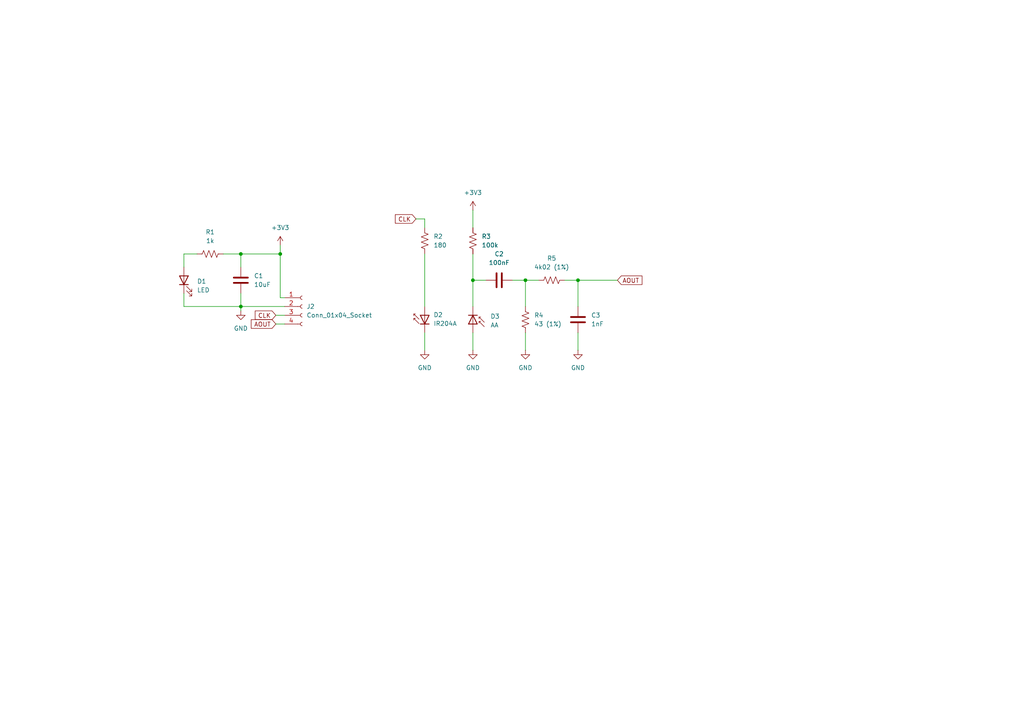
<source format=kicad_sch>
(kicad_sch (version 20231120) (generator "eeschema") (generator_version "8.0")
  (paper "A4")
  (lib_symbols
    (symbol "Connector:Conn_01x04_Socket" (pin_names (offset 1.016) hide)
      (property "Reference" "J" (at 0 5.08 0))
      (property "Value" "Conn_01x04_Socket" (at 0 -7.62 0))
      (symbol "Conn_01x04_Socket_1_1"
        (arc (start 0 -4.572) (mid -0.5058 -5.08) (end 0 -5.588) (stroke (width 0.1524)))
        (arc (start 0 -2.032) (mid -0.5058 -2.54) (end 0 -3.048) (stroke (width 0.1524)))
        (polyline (pts (xy -1.27 -5.08) (xy -0.508 -5.08)) (stroke (width 0.1524)))
        (polyline (pts (xy -1.27 -2.54) (xy -0.508 -2.54)) (stroke (width 0.1524)))
        (polyline (pts (xy -1.27 0) (xy -0.508 0)) (stroke (width 0.1524)))
        (polyline (pts (xy -1.27 2.54) (xy -0.508 2.54)) (stroke (width 0.1524)))
        (arc (start 0 0.508) (mid -0.5058 0) (end 0 -0.508) (stroke (width 0.1524)))
        (arc (start 0 3.048) (mid -0.5058 2.54) (end 0 2.032) (stroke (width 0.1524)))
        (pin passive line (at -5.08 2.54 0) (length 3.81) (name "Pin_1") (number "1"))
        (pin passive line (at -5.08 0 0) (length 3.81) (name "Pin_2") (number "2"))
        (pin passive line (at -5.08 -2.54 0) (length 3.81) (name "Pin_3") (number "3"))
        (pin passive line (at -5.08 -5.08 0) (length 3.81) (name "Pin_4") (number "4"))
      )
    )
    (symbol "Device:C" (pin_numbers hide) (pin_names (offset 0.254))
      (property "Reference" "C" (at 0.635 2.54 0))
      (property "Value" "C" (at 0.635 -2.54 0))
      (symbol "C_0_1"
        (polyline (pts (xy -2.032 -0.762) (xy 2.032 -0.762)) (stroke (width 0.508)))
        (polyline (pts (xy -2.032 0.762) (xy 2.032 0.762)) (stroke (width 0.508)))
      )
      (symbol "C_1_1"
        (pin passive line (at 0 3.81 270) (length 2.794) (name "~") (number "1"))
        (pin passive line (at 0 -3.81 90) (length 2.794) (name "~") (number "2"))
      )
    )
    (symbol "Device:D_Photo" (pin_numbers hide) (pin_names hide)
      (property "Reference" "D" (at 0.508 1.778 0))
      (property "Value" "D_Photo" (at -1.016 -2.794 0))
      (symbol "D_Photo_0_1"
        (polyline (pts (xy -2.54 1.27) (xy -2.54 -1.27)) (stroke (width 0.254)))
        (polyline (pts (xy -2.032 1.778) (xy -1.524 1.778)))
        (polyline (pts (xy 0 0) (xy -2.54 0)))
        (polyline (pts (xy -0.508 3.302) (xy -2.032 1.778) (xy -2.032 2.286)))
        (polyline (pts (xy 0 -1.27) (xy 0 1.27) (xy -2.54 0) (xy 0 -1.27)) (stroke (width 0.254)))
        (polyline (pts (xy 0.762 3.302) (xy -0.762 1.778) (xy -0.762 2.286) (xy -0.762 1.778) (xy -0.254 1.778)))
      )
      (symbol "D_Photo_1_1"
        (pin passive line (at -5.08 0 0) (length 2.54) (name "K") (number "1"))
        (pin passive line (at 2.54 0 180) (length 2.54) (name "A") (number "2"))
      )
    )
    (symbol "Device:LED" (pin_numbers hide) (pin_names (offset 1.016) hide)
      (property "Reference" "D" (at 0 2.54 0))
      (property "Value" "LED" (at 0 -2.54 0))
      (symbol "LED_0_1"
        (polyline (pts (xy -1.27 -1.27) (xy -1.27 1.27)) (stroke (width 0.254)))
        (polyline (pts (xy -1.27 0) (xy 1.27 0)))
        (polyline (pts (xy 1.27 -1.27) (xy 1.27 1.27) (xy -1.27 0) (xy 1.27 -1.27)) (stroke (width 0.254)))
        (polyline (pts (xy -3.048 -0.762) (xy -4.572 -2.286) (xy -3.81 -2.286) (xy -4.572 -2.286) (xy -4.572 -1.524)))
        (polyline (pts (xy -1.778 -0.762) (xy -3.302 -2.286) (xy -2.54 -2.286) (xy -3.302 -2.286) (xy -3.302 -1.524)))
      )
      (symbol "LED_1_1"
        (pin passive line (at -3.81 0 0) (length 2.54) (name "K") (number "1"))
        (pin passive line (at 3.81 0 180) (length 2.54) (name "A") (number "2"))
      )
    )
    (symbol "Device:R_US" (pin_numbers hide) (pin_names (offset 0))
      (property "Reference" "R" (at 2.54 0 90))
      (property "Value" "R_US" (at -2.54 0 90))
      (symbol "R_US_0_1"
        (polyline (pts (xy 0 -2.286) (xy 0 -2.54)))
        (polyline (pts (xy 0 2.286) (xy 0 2.54)))
        (polyline (pts (xy 0 -0.762) (xy 1.016 -1.143) (xy 0 -1.524) (xy -1.016 -1.905) (xy 0 -2.286)))
        (polyline (pts (xy 0 0.762) (xy 1.016 0.381) (xy 0 0) (xy -1.016 -0.381) (xy 0 -0.762)))
        (polyline (pts (xy 0 2.286) (xy 1.016 1.905) (xy 0 1.524) (xy -1.016 1.143) (xy 0 0.762)))
      )
      (symbol "R_US_1_1"
        (pin passive line (at 0 3.81 270) (length 1.27) (name "~") (number "1"))
        (pin passive line (at 0 -3.81 90) (length 1.27) (name "~") (number "2"))
      )
    )
    (symbol "LED:IR204A" (pin_numbers hide) (pin_names (offset 1.016) hide)
      (property "Reference" "D" (at 0.508 1.778 0))
      (property "Value" "IR204A" (at -1.016 -2.794 0))
      (symbol "IR204A_0_1"
        (polyline (pts (xy -2.54 1.27) (xy -2.54 -1.27)) (stroke (width 0.254)))
        (polyline (pts (xy 0 0) (xy -2.54 0)))
        (polyline (pts (xy 0.381 3.175) (xy -0.127 3.175)))
        (polyline (pts (xy -1.143 1.651) (xy 0.381 3.175) (xy 0.381 2.667)))
        (polyline (pts (xy 0 1.27) (xy -2.54 0) (xy 0 -1.27) (xy 0 1.27)) (stroke (width 0.254)))
        (polyline (pts (xy -2.413 1.651) (xy -0.889 3.175) (xy -0.889 2.667) (xy -0.889 3.175) (xy -1.397 3.175)))
      )
      (symbol "IR204A_1_1"
        (pin passive line (at -5.08 0 0) (length 2.54) (name "K") (number "1"))
        (pin passive line (at 2.54 0 180) (length 2.54) (name "A") (number "2"))
      )
    )
    (symbol "power:+3V3" (power) (pin_numbers hide) (pin_names (offset 0) hide)
      (property "Value" "+3V3" (at 0 3.556 0))
      (symbol "+3V3_0_1"
        (polyline (pts (xy -0.762 1.27) (xy 0 2.54)))
        (polyline (pts (xy 0 0) (xy 0 2.54)))
        (polyline (pts (xy 0 2.54) (xy 0.762 1.27)))
      )
      (symbol "+3V3_1_1"
        (pin power_in line (at 0 0 90) (length 0) (name "~") (number "1"))
      )
    )
    (symbol "power:GND" (power) (pin_numbers hide) (pin_names (offset 0) hide)
      (property "Value" "GND" (at 0 -3.81 0))
      (symbol "GND_0_1"
        (polyline (pts (xy 0 0) (xy 0 -1.27) (xy 1.27 -1.27) (xy 0 -2.54) (xy -1.27 -1.27) (xy 0 -1.27)))
      )
      (symbol "GND_1_1"
        (pin power_in line (at 0 0 270) (length 0) (name "~") (number "1"))
      )
    )
  )
  (junction (at 152.4 81.28))
  (junction (at 137.16 81.28))
  (junction (at 81.28 73.66))
  (junction (at 69.85 88.9))
  (junction (at 167.64 81.28))
  (junction (at 69.85 73.66))
  (wire (pts (xy 80.01 91.44) (xy 82.55 91.44)))
  (wire (pts (xy 69.85 77.47) (xy 69.85 73.66)))
  (wire (pts (xy 53.34 85.09) (xy 53.34 88.9)))
  (wire (pts (xy 137.16 81.28) (xy 140.97 81.28)))
  (wire (pts (xy 167.64 96.52) (xy 167.64 101.6)))
  (wire (pts (xy 69.85 73.66) (xy 81.28 73.66)))
  (wire (pts (xy 137.16 73.66) (xy 137.16 81.28)))
  (wire (pts (xy 53.34 73.66) (xy 53.34 77.47)))
  (wire (pts (xy 69.85 85.09) (xy 69.85 88.9)))
  (wire (pts (xy 123.19 96.52) (xy 123.19 101.6)))
  (wire (pts (xy 69.85 88.9) (xy 69.85 90.17)))
  (wire (pts (xy 167.64 81.28) (xy 179.07 81.28)))
  (wire (pts (xy 81.28 73.66) (xy 81.28 71.12)))
  (wire (pts (xy 152.4 81.28) (xy 148.59 81.28)))
  (wire (pts (xy 152.4 88.9) (xy 152.4 81.28)))
  (wire (pts (xy 163.83 81.28) (xy 167.64 81.28)))
  (wire (pts (xy 82.55 86.36) (xy 81.28 86.36)))
  (wire (pts (xy 123.19 63.5) (xy 123.19 66.04)))
  (wire (pts (xy 81.28 86.36) (xy 81.28 73.66)))
  (wire (pts (xy 80.01 93.98) (xy 82.55 93.98)))
  (wire (pts (xy 64.77 73.66) (xy 69.85 73.66)))
  (wire (pts (xy 137.16 81.28) (xy 137.16 88.9)))
  (wire (pts (xy 82.55 88.9) (xy 69.85 88.9)))
  (wire (pts (xy 137.16 60.96) (xy 137.16 66.04)))
  (wire (pts (xy 167.64 88.9) (xy 167.64 81.28)))
  (wire (pts (xy 123.19 73.66) (xy 123.19 88.9)))
  (wire (pts (xy 53.34 88.9) (xy 69.85 88.9)))
  (wire (pts (xy 152.4 96.52) (xy 152.4 101.6)))
  (wire (pts (xy 123.19 63.5) (xy 120.65 63.5)))
  (wire (pts (xy 137.16 96.52) (xy 137.16 101.6)))
  (wire (pts (xy 57.15 73.66) (xy 53.34 73.66)))
  (wire (pts (xy 152.4 81.28) (xy 156.21 81.28)))
  (global_label "AOUT" (shape input) (at 179.07 81.28 0) (property "Intersheetrefs" "${INTERSHEET_REFS}" (effects (hide yes))))
  (global_label "CLK" (shape input) (at 120.65 63.5 180) (property "Intersheetrefs" "${INTERSHEET_REFS}" (effects (hide yes))))
  (global_label "CLK" (shape input) (at 80.01 91.44 180) (property "Intersheetrefs" "${INTERSHEET_REFS}" (effects (hide yes))))
  (global_label "AOUT" (shape input) (at 80.01 93.98 180) (property "Intersheetrefs" "${INTERSHEET_REFS}" (effects (hide yes))))
  (symbol (lib_id "power:GND") (at 152.4 101.6 0) (unit 1)
    (property "Reference" "#PWR01" (effects (hide yes)))
    (property "Value" "GND" (at 152.4 106.68 0))
    (property "Description" "Power symbol creates a global label with name \"GND\" , ground" (effects (hide yes)))
  )
  (symbol (lib_id "Device:R_US") (at 137.16 69.85 180) (unit 1)
    (property "Reference" "R3" (at 139.7 68.5799 0) (effects (justify right)))
    (property "Value" "100k" (at 139.7 71.1199 0) (effects (justify right)))
    (property "Footprint" "Resistor_SMD:R_0805_2012Metric" (effects (hide yes)))
    (property "Description" "Resistor, US symbol" (effects (hide yes)))
  )
  (symbol (lib_id "Device:R_US") (at 152.4 92.71 180) (unit 1)
    (property "Reference" "R4" (at 154.94 91.4399 0) (effects (justify right)))
    (property "Value" "43 (1%)" (at 154.94 93.9799 0) (effects (justify right)))
    (property "Footprint" "Resistor_SMD:R_0805_2012Metric" (effects (hide yes)))
    (property "Description" "Resistor, US symbol" (effects (hide yes)))
  )
  (symbol (lib_id "Device:R_US") (at 60.96 73.66 90) (unit 1)
    (property "Reference" "R1" (at 60.96 67.31 90))
    (property "Value" "1k" (at 60.96 69.85 90))
    (property "Footprint" "Resistor_SMD:R_0805_2012Metric" (effects (hide yes)))
    (property "Description" "Resistor, US symbol" (effects (hide yes)))
  )
  (symbol (lib_id "power:+3V3") (at 81.28 71.12 0) (unit 1)
    (property "Reference" "#PWR05" (effects (hide yes)))
    (property "Value" "+3V3" (at 81.28 66.04 0))
    (property "Description" "Power symbol creates a global label with name \"+3V3\"" (effects (hide yes)))
  )
  (symbol (lib_id "power:GND") (at 137.16 101.6 0) (unit 1)
    (property "Reference" "#PWR04" (effects (hide yes)))
    (property "Value" "GND" (at 137.16 106.68 0))
    (property "Description" "Power symbol creates a global label with name \"GND\" , ground" (effects (hide yes)))
  )
  (symbol (lib_id "Device:LED") (at 53.34 81.28 90) (unit 1)
    (property "Reference" "D1" (at 57.15 81.5974 90) (effects (justify right)))
    (property "Value" "LED" (at 57.15 84.1374 90) (effects (justify right)))
    (property "Footprint" "LED_SMD:LED_0805_2012Metric" (effects (hide yes)))
    (property "Description" "Light emitting diode" (effects (hide yes)))
  )
  (symbol (lib_id "LED:IR204A") (at 123.19 91.44 90) (unit 1)
    (property "Reference" "D2" (at 125.73 91.3129 90) (effects (justify right)))
    (property "Value" "IR204A" (at 125.73 93.8529 90) (effects (justify right)))
    (property "Footprint" "LED_THT:LED_D5.0mm_Horizontal_O1.27mm_Z3.0mm_Clear" (effects (hide yes)))
    (property "Datasheet" "http://www.everlight.com/file/ProductFile/IR204-A.pdf" (effects (hide yes)))
    (property "Description" "Infrared LED , 3mm LED package" (effects (hide yes)))
  )
  (symbol (lib_id "power:GND") (at 69.85 90.17 0) (unit 1)
    (property "Reference" "#PWR06" (effects (hide yes)))
    (property "Value" "GND" (at 69.85 95.25 0))
    (property "Description" "Power symbol creates a global label with name \"GND\" , ground" (effects (hide yes)))
  )
  (symbol (lib_id "Device:R_US") (at 160.02 81.28 270) (unit 1)
    (property "Reference" "R5" (at 160.02 74.93 90))
    (property "Value" "4k02 (1%)" (at 160.02 77.47 90))
    (property "Footprint" "Resistor_SMD:R_0805_2012Metric" (effects (hide yes)))
    (property "Description" "Resistor, US symbol" (effects (hide yes)))
  )
  (symbol (lib_id "power:GND") (at 123.19 101.6 0) (unit 1)
    (property "Reference" "#PWR07" (effects (hide yes)))
    (property "Value" "GND" (at 123.19 106.68 0))
    (property "Description" "Power symbol creates a global label with name \"GND\" , ground" (effects (hide yes)))
  )
  (symbol (lib_id "Device:C") (at 167.64 92.71 180) (unit 1)
    (property "Reference" "C3" (at 171.45 91.4399 0) (effects (justify right)))
    (property "Value" "1nF" (at 171.45 93.9799 0) (effects (justify right)))
    (property "Footprint" "Capacitor_SMD:C_0805_2012Metric" (effects (hide yes)))
    (property "Description" "Unpolarized capacitor" (effects (hide yes)))
  )
  (symbol (lib_id "Device:C") (at 144.78 81.28 90) (unit 1)
    (property "Reference" "C2" (at 144.78 73.66 90))
    (property "Value" "100nF" (at 144.78 76.2 90))
    (property "Footprint" "Capacitor_SMD:C_0805_2012Metric" (effects (hide yes)))
    (property "Description" "Unpolarized capacitor" (effects (hide yes)))
  )
  (symbol (lib_id "Device:R_US") (at 123.19 69.85 180) (unit 1)
    (property "Reference" "R2" (at 125.73 68.5799 0) (effects (justify right)))
    (property "Value" "180" (at 125.73 71.1199 0) (effects (justify right)))
    (property "Footprint" "Resistor_SMD:R_0805_2012Metric" (effects (hide yes)))
    (property "Description" "Resistor, US symbol" (effects (hide yes)))
  )
  (symbol (lib_id "power:+3V3") (at 137.16 60.96 0) (unit 1)
    (property "Reference" "#PWR09" (effects (hide yes)))
    (property "Value" "+3V3" (at 137.16 55.88 0))
    (property "Description" "Power symbol creates a global label with name \"+3V3\"" (effects (hide yes)))
  )
  (symbol (lib_id "power:GND") (at 167.64 101.6 0) (unit 1)
    (property "Reference" "#PWR02" (effects (hide yes)))
    (property "Value" "GND" (at 167.64 106.68 0))
    (property "Description" "Power symbol creates a global label with name \"GND\" , ground" (effects (hide yes)))
  )
  (symbol (lib_id "Connector:Conn_01x04_Socket") (at 87.63 88.9 0) (unit 1)
    (property "Reference" "J2" (at 88.9 88.8999 0) (effects (justify left)))
    (property "Value" "Conn_01x04_Socket" (at 88.9 91.4399 0) (effects (justify left)))
    (property "Footprint" "IMURCLibrary:JST_PH_S4B-PH-SM4-TB_1x04-1MP_P2.00mm_Horizontal" (effects (hide yes)))
    (property "Description" "Generic connector, single row, 01x04, script generated" (effects (hide yes)))
  )
  (symbol (lib_id "Device:D_Photo") (at 137.16 93.98 270) (unit 1)
    (property "Reference" "D3" (at 142.24 91.7574 90) (effects (justify left)))
    (property "Value" "AA" (at 142.24 94.2974 90) (effects (justify left)))
    (property "Footprint" "LED_THT:LED_D5.0mm_Horizontal_O1.27mm_Z3.0mm_IRBlack" (effects (hide yes)))
    (property "Description" "Photodiode" (effects (hide yes)))
  )
  (symbol (lib_id "Device:C") (at 69.85 81.28 0) (unit 1)
    (property "Reference" "C1" (at 73.66 80.0099 0) (effects (justify left)))
    (property "Value" "10uF" (at 73.66 82.5499 0) (effects (justify left)))
    (property "Footprint" "Capacitor_SMD:C_0805_2012Metric" (effects (hide yes)))
    (property "Description" "Unpolarized capacitor" (effects (hide yes)))
  )
)
</source>
